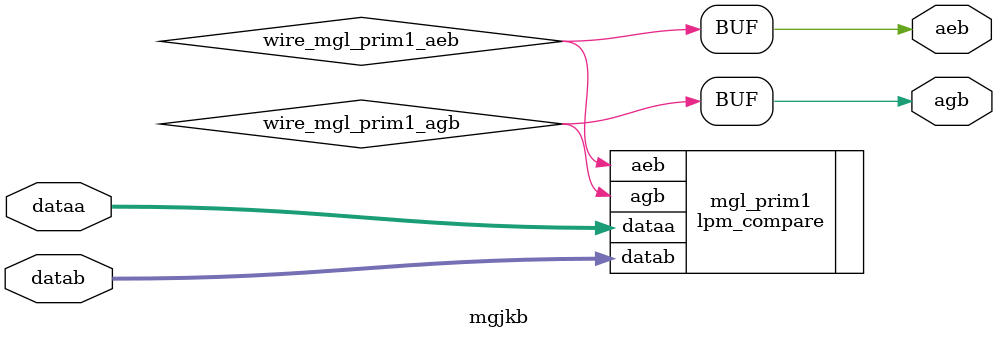
<source format=v>






//synthesis_resources = lpm_compare 1 
//synopsys translate_off
`timescale 1 ps / 1 ps
//synopsys translate_on
module  mgjkb
	( 
	aeb,
	agb,
	dataa,
	datab) /* synthesis synthesis_clearbox=1 */;
	output   aeb;
	output   agb;
	input   [7:0]  dataa;
	input   [7:0]  datab;

	wire  wire_mgl_prim1_aeb;
	wire  wire_mgl_prim1_agb;

	lpm_compare   mgl_prim1
	( 
	.aeb(wire_mgl_prim1_aeb),
	.agb(wire_mgl_prim1_agb),
	.dataa(dataa),
	.datab(datab));
	defparam
		mgl_prim1.lpm_representation = "UNSIGNED",
		mgl_prim1.lpm_type = "LPM_COMPARE",
		mgl_prim1.lpm_width = 8;
	assign
		aeb = wire_mgl_prim1_aeb,
		agb = wire_mgl_prim1_agb;
endmodule //mgjkb
//VALID FILE

</source>
